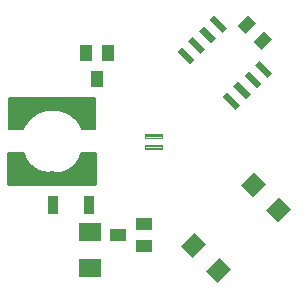
<source format=gtp>
G75*
%MOIN*%
%OFA0B0*%
%FSLAX25Y25*%
%IPPOS*%
%LPD*%
%AMOC8*
5,1,8,0,0,1.08239X$1,22.5*
%
%ADD10R,0.05000X0.05000*%
%ADD11C,0.01200*%
%ADD12C,0.00160*%
%ADD13C,0.00500*%
%ADD14C,0.00443*%
%ADD15R,0.03937X0.05512*%
%ADD16R,0.06299X0.05512*%
%ADD17R,0.05512X0.03937*%
%ADD18R,0.03543X0.06299*%
%ADD19R,0.03543X0.05118*%
%ADD20R,0.02165X0.05906*%
%ADD21R,0.07480X0.06299*%
D10*
X0086061Y0071189D03*
X0086061Y0094811D03*
D11*
X0084093Y0078866D02*
X0088620Y0078866D01*
X0088620Y0068630D01*
X0059880Y0068630D01*
X0059880Y0078866D01*
X0064407Y0078866D01*
X0064770Y0077609D01*
X0065324Y0076424D01*
X0066058Y0075340D01*
X0066951Y0074384D01*
X0067983Y0073580D01*
X0069129Y0072947D01*
X0070359Y0072501D01*
X0071644Y0072253D01*
X0072951Y0072209D01*
X0074250Y0072370D01*
X0075556Y0072162D01*
X0076879Y0072170D01*
X0078182Y0072396D01*
X0079431Y0072832D01*
X0080591Y0073467D01*
X0081631Y0074284D01*
X0082523Y0075261D01*
X0083243Y0076371D01*
X0083771Y0077583D01*
X0084093Y0078866D01*
X0083934Y0078234D02*
X0088620Y0078234D01*
X0088620Y0077036D02*
X0083532Y0077036D01*
X0082897Y0075837D02*
X0088620Y0075837D01*
X0088620Y0074639D02*
X0081955Y0074639D01*
X0080541Y0073440D02*
X0088620Y0073440D01*
X0088620Y0072242D02*
X0077292Y0072242D01*
X0075053Y0072242D02*
X0073218Y0072242D01*
X0071968Y0072242D02*
X0059880Y0072242D01*
X0059880Y0073440D02*
X0068235Y0073440D01*
X0066713Y0074639D02*
X0059880Y0074639D01*
X0059880Y0075837D02*
X0065721Y0075837D01*
X0065038Y0077036D02*
X0059880Y0077036D01*
X0059880Y0078234D02*
X0064589Y0078234D01*
X0059880Y0071043D02*
X0088620Y0071043D01*
X0088620Y0069845D02*
X0059880Y0069845D01*
X0059880Y0068646D02*
X0088620Y0068646D01*
D12*
X0085354Y0087643D02*
X0084027Y0087085D01*
X0083922Y0087323D01*
X0083810Y0087558D01*
X0083694Y0087790D01*
X0083571Y0088019D01*
X0083443Y0088245D01*
X0083309Y0088468D01*
X0083170Y0088688D01*
X0083026Y0088904D01*
X0082876Y0089117D01*
X0082722Y0089326D01*
X0082562Y0089531D01*
X0082397Y0089732D01*
X0082228Y0089929D01*
X0082054Y0090122D01*
X0081875Y0090310D01*
X0081691Y0090494D01*
X0081503Y0090674D01*
X0081311Y0090849D01*
X0081114Y0091019D01*
X0080914Y0091184D01*
X0080709Y0091345D01*
X0080501Y0091500D01*
X0080289Y0091650D01*
X0080073Y0091796D01*
X0079854Y0091935D01*
X0079632Y0092070D01*
X0079406Y0092198D01*
X0079177Y0092322D01*
X0078945Y0092440D01*
X0078711Y0092552D01*
X0078474Y0092658D01*
X0078234Y0092758D01*
X0077992Y0092853D01*
X0077747Y0092942D01*
X0077501Y0093024D01*
X0077253Y0093101D01*
X0077002Y0093171D01*
X0076751Y0093236D01*
X0076497Y0093294D01*
X0076243Y0093346D01*
X0075987Y0093392D01*
X0075730Y0093432D01*
X0075472Y0093465D01*
X0075213Y0093492D01*
X0074954Y0093513D01*
X0074695Y0093527D01*
X0074435Y0093535D01*
X0074175Y0093537D01*
X0073915Y0093532D01*
X0073656Y0093521D01*
X0073396Y0093504D01*
X0073137Y0093480D01*
X0072879Y0093450D01*
X0072622Y0093414D01*
X0072365Y0093372D01*
X0072110Y0093323D01*
X0071856Y0093268D01*
X0071603Y0093207D01*
X0071352Y0093140D01*
X0071103Y0093066D01*
X0070855Y0092987D01*
X0070610Y0092901D01*
X0070367Y0092810D01*
X0070125Y0092713D01*
X0069887Y0092610D01*
X0069651Y0092501D01*
X0069418Y0092386D01*
X0069187Y0092266D01*
X0068960Y0092140D01*
X0068736Y0092008D01*
X0068515Y0091872D01*
X0068297Y0091729D01*
X0068083Y0091582D01*
X0067873Y0091429D01*
X0067666Y0091272D01*
X0067463Y0091109D01*
X0067265Y0090941D01*
X0067070Y0090769D01*
X0066880Y0090592D01*
X0066694Y0090410D01*
X0066512Y0090224D01*
X0066336Y0090033D01*
X0066163Y0089839D01*
X0065996Y0089640D01*
X0065834Y0089437D01*
X0065676Y0089230D01*
X0065524Y0089019D01*
X0065377Y0088805D01*
X0065235Y0088587D01*
X0065099Y0088366D01*
X0064967Y0088142D01*
X0064842Y0087914D01*
X0064722Y0087683D01*
X0064608Y0087450D01*
X0064499Y0087214D01*
X0064396Y0086975D01*
X0063063Y0087518D01*
X0063179Y0087790D01*
X0063302Y0088058D01*
X0063432Y0088323D01*
X0063568Y0088585D01*
X0063710Y0088844D01*
X0063859Y0089099D01*
X0064014Y0089351D01*
X0064175Y0089598D01*
X0064342Y0089842D01*
X0064515Y0090081D01*
X0064693Y0090316D01*
X0064878Y0090547D01*
X0065068Y0090773D01*
X0065263Y0090994D01*
X0065464Y0091211D01*
X0065670Y0091422D01*
X0065881Y0091629D01*
X0066097Y0091830D01*
X0066318Y0092026D01*
X0066543Y0092217D01*
X0066773Y0092402D01*
X0067008Y0092581D01*
X0067247Y0092754D01*
X0067490Y0092922D01*
X0067737Y0093084D01*
X0067988Y0093239D01*
X0068243Y0093389D01*
X0068501Y0093532D01*
X0068763Y0093669D01*
X0069028Y0093799D01*
X0069296Y0093923D01*
X0069567Y0094040D01*
X0069841Y0094151D01*
X0070117Y0094255D01*
X0070396Y0094352D01*
X0070677Y0094442D01*
X0070960Y0094525D01*
X0071245Y0094602D01*
X0071532Y0094671D01*
X0071821Y0094734D01*
X0072111Y0094789D01*
X0072402Y0094837D01*
X0072695Y0094879D01*
X0072988Y0094913D01*
X0073282Y0094939D01*
X0073577Y0094959D01*
X0073872Y0094972D01*
X0074167Y0094977D01*
X0074462Y0094975D01*
X0074757Y0094966D01*
X0075052Y0094949D01*
X0075347Y0094926D01*
X0075640Y0094895D01*
X0075933Y0094857D01*
X0076225Y0094812D01*
X0076516Y0094760D01*
X0076805Y0094701D01*
X0077093Y0094635D01*
X0077379Y0094561D01*
X0077663Y0094481D01*
X0077945Y0094394D01*
X0078225Y0094300D01*
X0078502Y0094199D01*
X0078777Y0094092D01*
X0079050Y0093978D01*
X0079319Y0093857D01*
X0079586Y0093729D01*
X0079849Y0093596D01*
X0080109Y0093455D01*
X0080365Y0093309D01*
X0080618Y0093156D01*
X0080867Y0092997D01*
X0081112Y0092832D01*
X0081352Y0092662D01*
X0081589Y0092485D01*
X0081821Y0092303D01*
X0082049Y0092115D01*
X0082272Y0091921D01*
X0082490Y0091722D01*
X0082704Y0091518D01*
X0082912Y0091309D01*
X0083115Y0091095D01*
X0083313Y0090875D01*
X0083505Y0090651D01*
X0083692Y0090423D01*
X0083874Y0090190D01*
X0084049Y0089952D01*
X0084219Y0089711D01*
X0084383Y0089465D01*
X0084540Y0089215D01*
X0084692Y0088962D01*
X0084837Y0088705D01*
X0084976Y0088444D01*
X0085109Y0088181D01*
X0085235Y0087914D01*
X0085355Y0087644D01*
X0085215Y0087585D01*
X0085097Y0087852D01*
X0084973Y0088115D01*
X0084842Y0088376D01*
X0084704Y0088633D01*
X0084561Y0088887D01*
X0084411Y0089137D01*
X0084256Y0089384D01*
X0084094Y0089626D01*
X0083926Y0089865D01*
X0083753Y0090099D01*
X0083574Y0090329D01*
X0083389Y0090555D01*
X0083199Y0090776D01*
X0083004Y0090993D01*
X0082803Y0091204D01*
X0082598Y0091411D01*
X0082387Y0091612D01*
X0082171Y0091809D01*
X0081951Y0092000D01*
X0081726Y0092185D01*
X0081497Y0092365D01*
X0081263Y0092540D01*
X0081025Y0092708D01*
X0080783Y0092871D01*
X0080538Y0093028D01*
X0080288Y0093179D01*
X0080035Y0093324D01*
X0079778Y0093462D01*
X0079518Y0093594D01*
X0079255Y0093720D01*
X0078989Y0093839D01*
X0078720Y0093952D01*
X0078449Y0094058D01*
X0078175Y0094158D01*
X0077898Y0094250D01*
X0077620Y0094336D01*
X0077339Y0094416D01*
X0077057Y0094488D01*
X0076773Y0094553D01*
X0076487Y0094612D01*
X0076200Y0094663D01*
X0075912Y0094708D01*
X0075623Y0094745D01*
X0075333Y0094775D01*
X0075042Y0094799D01*
X0074751Y0094815D01*
X0074459Y0094824D01*
X0074168Y0094826D01*
X0073876Y0094821D01*
X0073585Y0094808D01*
X0073294Y0094789D01*
X0073004Y0094762D01*
X0072714Y0094729D01*
X0072425Y0094688D01*
X0072138Y0094640D01*
X0071851Y0094586D01*
X0071566Y0094524D01*
X0071283Y0094456D01*
X0071001Y0094380D01*
X0070722Y0094298D01*
X0070444Y0094209D01*
X0070169Y0094113D01*
X0069896Y0094010D01*
X0069625Y0093901D01*
X0069358Y0093785D01*
X0069093Y0093663D01*
X0068832Y0093534D01*
X0068573Y0093399D01*
X0068318Y0093258D01*
X0068067Y0093110D01*
X0067819Y0092957D01*
X0067575Y0092797D01*
X0067335Y0092632D01*
X0067099Y0092460D01*
X0066867Y0092283D01*
X0066640Y0092101D01*
X0066417Y0091912D01*
X0066199Y0091719D01*
X0065986Y0091520D01*
X0065777Y0091316D01*
X0065574Y0091107D01*
X0065376Y0090894D01*
X0065183Y0090675D01*
X0064995Y0090452D01*
X0064813Y0090224D01*
X0064637Y0089992D01*
X0064466Y0089755D01*
X0064301Y0089515D01*
X0064142Y0089271D01*
X0063989Y0089022D01*
X0063842Y0088770D01*
X0063702Y0088515D01*
X0063567Y0088256D01*
X0063439Y0087994D01*
X0063318Y0087729D01*
X0063202Y0087461D01*
X0063342Y0087404D01*
X0063456Y0087669D01*
X0063576Y0087931D01*
X0063702Y0088189D01*
X0063835Y0088445D01*
X0063974Y0088697D01*
X0064119Y0088945D01*
X0064270Y0089190D01*
X0064427Y0089432D01*
X0064590Y0089669D01*
X0064758Y0089903D01*
X0064933Y0090132D01*
X0065112Y0090357D01*
X0065298Y0090577D01*
X0065488Y0090793D01*
X0065684Y0091004D01*
X0065885Y0091210D01*
X0066090Y0091411D01*
X0066301Y0091608D01*
X0066516Y0091799D01*
X0066736Y0091984D01*
X0066961Y0092165D01*
X0067189Y0092339D01*
X0067422Y0092509D01*
X0067659Y0092672D01*
X0067900Y0092830D01*
X0068145Y0092981D01*
X0068393Y0093127D01*
X0068645Y0093266D01*
X0068900Y0093400D01*
X0069158Y0093527D01*
X0069420Y0093647D01*
X0069684Y0093762D01*
X0069951Y0093869D01*
X0070220Y0093971D01*
X0070492Y0094065D01*
X0070766Y0094153D01*
X0071042Y0094235D01*
X0071321Y0094309D01*
X0071600Y0094377D01*
X0071882Y0094438D01*
X0072164Y0094492D01*
X0072448Y0094539D01*
X0072733Y0094579D01*
X0073019Y0094612D01*
X0073306Y0094638D01*
X0073593Y0094658D01*
X0073881Y0094670D01*
X0074169Y0094675D01*
X0074457Y0094673D01*
X0074744Y0094664D01*
X0075032Y0094648D01*
X0075319Y0094625D01*
X0075605Y0094595D01*
X0075890Y0094558D01*
X0076175Y0094514D01*
X0076458Y0094464D01*
X0076740Y0094406D01*
X0077021Y0094341D01*
X0077300Y0094270D01*
X0077577Y0094192D01*
X0077852Y0094107D01*
X0078125Y0094015D01*
X0078395Y0093917D01*
X0078663Y0093812D01*
X0078929Y0093701D01*
X0079192Y0093583D01*
X0079451Y0093459D01*
X0079708Y0093328D01*
X0079961Y0093192D01*
X0080211Y0093049D01*
X0080458Y0092900D01*
X0080700Y0092745D01*
X0080939Y0092585D01*
X0081174Y0092418D01*
X0081405Y0092246D01*
X0081631Y0092068D01*
X0081853Y0091885D01*
X0082071Y0091696D01*
X0082283Y0091502D01*
X0082491Y0091303D01*
X0082694Y0091099D01*
X0082893Y0090891D01*
X0083085Y0090677D01*
X0083273Y0090459D01*
X0083455Y0090236D01*
X0083632Y0090009D01*
X0083803Y0089777D01*
X0083969Y0089542D01*
X0084128Y0089302D01*
X0084282Y0089059D01*
X0084430Y0088812D01*
X0084572Y0088561D01*
X0084707Y0088307D01*
X0084837Y0088050D01*
X0084960Y0087790D01*
X0085076Y0087527D01*
X0084937Y0087468D01*
X0084822Y0087728D01*
X0084700Y0087985D01*
X0084573Y0088239D01*
X0084439Y0088489D01*
X0084299Y0088737D01*
X0084153Y0088980D01*
X0084001Y0089221D01*
X0083844Y0089457D01*
X0083680Y0089690D01*
X0083511Y0089918D01*
X0083337Y0090142D01*
X0083157Y0090362D01*
X0082972Y0090578D01*
X0082781Y0090789D01*
X0082586Y0090995D01*
X0082385Y0091196D01*
X0082180Y0091392D01*
X0081970Y0091584D01*
X0081755Y0091770D01*
X0081536Y0091951D01*
X0081312Y0092126D01*
X0081085Y0092296D01*
X0080853Y0092461D01*
X0080617Y0092619D01*
X0080377Y0092772D01*
X0080134Y0092919D01*
X0079888Y0093060D01*
X0079637Y0093195D01*
X0079384Y0093324D01*
X0079128Y0093446D01*
X0078868Y0093562D01*
X0078606Y0093672D01*
X0078342Y0093776D01*
X0078075Y0093873D01*
X0077805Y0093963D01*
X0077534Y0094047D01*
X0077260Y0094124D01*
X0076985Y0094195D01*
X0076708Y0094258D01*
X0076430Y0094315D01*
X0076150Y0094365D01*
X0075869Y0094409D01*
X0075587Y0094445D01*
X0075305Y0094475D01*
X0075021Y0094497D01*
X0074738Y0094513D01*
X0074454Y0094522D01*
X0074170Y0094524D01*
X0073885Y0094519D01*
X0073602Y0094507D01*
X0073318Y0094488D01*
X0073035Y0094462D01*
X0072753Y0094429D01*
X0072471Y0094390D01*
X0072191Y0094343D01*
X0071912Y0094290D01*
X0071634Y0094230D01*
X0071358Y0094163D01*
X0071084Y0094089D01*
X0070811Y0094009D01*
X0070540Y0093922D01*
X0070272Y0093829D01*
X0070006Y0093729D01*
X0069743Y0093622D01*
X0069482Y0093510D01*
X0069224Y0093391D01*
X0068969Y0093265D01*
X0068717Y0093134D01*
X0068468Y0092996D01*
X0068223Y0092852D01*
X0067982Y0092702D01*
X0067744Y0092547D01*
X0067510Y0092386D01*
X0067280Y0092219D01*
X0067054Y0092046D01*
X0066833Y0091868D01*
X0066616Y0091685D01*
X0066403Y0091496D01*
X0066195Y0091303D01*
X0065992Y0091104D01*
X0065794Y0090900D01*
X0065600Y0090692D01*
X0065412Y0090479D01*
X0065230Y0090261D01*
X0065052Y0090040D01*
X0064880Y0089813D01*
X0064714Y0089583D01*
X0064553Y0089349D01*
X0064398Y0089110D01*
X0064249Y0088869D01*
X0064106Y0088623D01*
X0063969Y0088374D01*
X0063838Y0088122D01*
X0063713Y0087867D01*
X0063594Y0087609D01*
X0063482Y0087347D01*
X0063622Y0087290D01*
X0063733Y0087548D01*
X0063850Y0087803D01*
X0063973Y0088055D01*
X0064102Y0088304D01*
X0064238Y0088549D01*
X0064379Y0088792D01*
X0064526Y0089030D01*
X0064679Y0089265D01*
X0064838Y0089497D01*
X0065002Y0089724D01*
X0065172Y0089947D01*
X0065347Y0090166D01*
X0065527Y0090381D01*
X0065713Y0090591D01*
X0065904Y0090797D01*
X0066099Y0090998D01*
X0066300Y0091194D01*
X0066505Y0091385D01*
X0066715Y0091571D01*
X0066929Y0091752D01*
X0067148Y0091928D01*
X0067371Y0092098D01*
X0067598Y0092263D01*
X0067829Y0092422D01*
X0068063Y0092575D01*
X0068302Y0092723D01*
X0068544Y0092865D01*
X0068789Y0093001D01*
X0069038Y0093131D01*
X0069289Y0093254D01*
X0069544Y0093372D01*
X0069801Y0093483D01*
X0070061Y0093588D01*
X0070324Y0093687D01*
X0070589Y0093779D01*
X0070856Y0093865D01*
X0071125Y0093944D01*
X0071396Y0094017D01*
X0071668Y0094083D01*
X0071942Y0094142D01*
X0072218Y0094195D01*
X0072494Y0094240D01*
X0072772Y0094280D01*
X0073051Y0094312D01*
X0073330Y0094337D01*
X0073610Y0094356D01*
X0073890Y0094368D01*
X0074170Y0094373D01*
X0074451Y0094371D01*
X0074731Y0094362D01*
X0075011Y0094347D01*
X0075291Y0094324D01*
X0075570Y0094295D01*
X0075848Y0094259D01*
X0076125Y0094217D01*
X0076401Y0094167D01*
X0076676Y0094111D01*
X0076949Y0094048D01*
X0077221Y0093978D01*
X0077491Y0093902D01*
X0077759Y0093819D01*
X0078025Y0093730D01*
X0078288Y0093635D01*
X0078549Y0093532D01*
X0078808Y0093424D01*
X0079064Y0093309D01*
X0079317Y0093188D01*
X0079567Y0093061D01*
X0079814Y0092928D01*
X0080057Y0092789D01*
X0080297Y0092644D01*
X0080534Y0092493D01*
X0080767Y0092337D01*
X0080995Y0092174D01*
X0081220Y0092007D01*
X0081441Y0091834D01*
X0081657Y0091655D01*
X0081869Y0091471D01*
X0082076Y0091283D01*
X0082279Y0091089D01*
X0082477Y0090890D01*
X0082670Y0090687D01*
X0082858Y0090478D01*
X0083041Y0090266D01*
X0083218Y0090049D01*
X0083391Y0089827D01*
X0083557Y0089602D01*
X0083719Y0089372D01*
X0083874Y0089139D01*
X0084024Y0088902D01*
X0084168Y0088661D01*
X0084306Y0088417D01*
X0084438Y0088170D01*
X0084564Y0087919D01*
X0084684Y0087666D01*
X0084798Y0087409D01*
X0084659Y0087351D01*
X0084546Y0087604D01*
X0084428Y0087854D01*
X0084304Y0088101D01*
X0084173Y0088345D01*
X0084037Y0088586D01*
X0083895Y0088824D01*
X0083747Y0089058D01*
X0083593Y0089288D01*
X0083434Y0089514D01*
X0083270Y0089737D01*
X0083100Y0089955D01*
X0082924Y0090169D01*
X0082744Y0090379D01*
X0082559Y0090585D01*
X0082368Y0090785D01*
X0082173Y0090981D01*
X0081973Y0091173D01*
X0081768Y0091359D01*
X0081559Y0091540D01*
X0081346Y0091716D01*
X0081128Y0091887D01*
X0080906Y0092053D01*
X0080680Y0092213D01*
X0080451Y0092367D01*
X0080217Y0092516D01*
X0079980Y0092659D01*
X0079740Y0092796D01*
X0079497Y0092928D01*
X0079250Y0093053D01*
X0079000Y0093172D01*
X0078748Y0093286D01*
X0078492Y0093393D01*
X0078235Y0093493D01*
X0077975Y0093588D01*
X0077712Y0093676D01*
X0077448Y0093757D01*
X0077181Y0093833D01*
X0076913Y0093901D01*
X0076644Y0093963D01*
X0076372Y0094019D01*
X0076100Y0094068D01*
X0075827Y0094110D01*
X0075552Y0094145D01*
X0075277Y0094174D01*
X0075001Y0094196D01*
X0074725Y0094211D01*
X0074448Y0094220D01*
X0074171Y0094222D01*
X0073895Y0094217D01*
X0073618Y0094205D01*
X0073342Y0094187D01*
X0073066Y0094162D01*
X0072791Y0094130D01*
X0072517Y0094091D01*
X0072244Y0094046D01*
X0071973Y0093994D01*
X0071702Y0093936D01*
X0071433Y0093870D01*
X0071166Y0093799D01*
X0070900Y0093721D01*
X0070637Y0093636D01*
X0070375Y0093545D01*
X0070116Y0093448D01*
X0069860Y0093344D01*
X0069606Y0093234D01*
X0069355Y0093118D01*
X0069106Y0092996D01*
X0068861Y0092868D01*
X0068619Y0092734D01*
X0068380Y0092594D01*
X0068145Y0092448D01*
X0067913Y0092297D01*
X0067685Y0092140D01*
X0067461Y0091977D01*
X0067241Y0091809D01*
X0067026Y0091636D01*
X0066814Y0091457D01*
X0066607Y0091274D01*
X0066405Y0091085D01*
X0066207Y0090892D01*
X0066014Y0090693D01*
X0065825Y0090491D01*
X0065642Y0090283D01*
X0065464Y0090071D01*
X0065291Y0089855D01*
X0065124Y0089635D01*
X0064962Y0089410D01*
X0064805Y0089182D01*
X0064654Y0088950D01*
X0064509Y0088715D01*
X0064369Y0088476D01*
X0064236Y0088233D01*
X0064108Y0087988D01*
X0063987Y0087739D01*
X0063871Y0087488D01*
X0063762Y0087234D01*
X0063902Y0087177D01*
X0064010Y0087427D01*
X0064124Y0087675D01*
X0064244Y0087921D01*
X0064369Y0088163D01*
X0064501Y0088402D01*
X0064639Y0088638D01*
X0064782Y0088870D01*
X0064931Y0089099D01*
X0065086Y0089324D01*
X0065246Y0089546D01*
X0065411Y0089763D01*
X0065581Y0089976D01*
X0065757Y0090185D01*
X0065938Y0090390D01*
X0066124Y0090590D01*
X0066314Y0090786D01*
X0066509Y0090976D01*
X0066709Y0091162D01*
X0066913Y0091344D01*
X0067122Y0091520D01*
X0067335Y0091691D01*
X0067552Y0091856D01*
X0067773Y0092017D01*
X0067998Y0092172D01*
X0068226Y0092321D01*
X0068458Y0092465D01*
X0068694Y0092603D01*
X0068933Y0092735D01*
X0069175Y0092862D01*
X0069420Y0092982D01*
X0069668Y0093097D01*
X0069918Y0093205D01*
X0070172Y0093307D01*
X0070427Y0093403D01*
X0070685Y0093493D01*
X0070945Y0093576D01*
X0071207Y0093654D01*
X0071471Y0093724D01*
X0071736Y0093788D01*
X0072003Y0093846D01*
X0072271Y0093897D01*
X0072540Y0093942D01*
X0072811Y0093980D01*
X0073082Y0094011D01*
X0073354Y0094036D01*
X0073626Y0094054D01*
X0073899Y0094066D01*
X0074172Y0094071D01*
X0074445Y0094069D01*
X0074718Y0094061D01*
X0074991Y0094045D01*
X0075263Y0094024D01*
X0075534Y0093995D01*
X0075805Y0093960D01*
X0076075Y0093919D01*
X0076344Y0093871D01*
X0076611Y0093816D01*
X0076877Y0093755D01*
X0077142Y0093687D01*
X0077405Y0093613D01*
X0077666Y0093532D01*
X0077924Y0093445D01*
X0078181Y0093352D01*
X0078435Y0093253D01*
X0078687Y0093147D01*
X0078936Y0093036D01*
X0079183Y0092918D01*
X0079426Y0092794D01*
X0079666Y0092665D01*
X0079904Y0092529D01*
X0080137Y0092388D01*
X0080367Y0092241D01*
X0080594Y0092089D01*
X0080817Y0091931D01*
X0081036Y0091768D01*
X0081250Y0091599D01*
X0081461Y0091425D01*
X0081667Y0091247D01*
X0081869Y0091063D01*
X0082067Y0090874D01*
X0082259Y0090681D01*
X0082447Y0090482D01*
X0082630Y0090280D01*
X0082808Y0090073D01*
X0082981Y0089862D01*
X0083149Y0089646D01*
X0083311Y0089427D01*
X0083468Y0089203D01*
X0083620Y0088976D01*
X0083766Y0088745D01*
X0083906Y0088511D01*
X0084041Y0088273D01*
X0084169Y0088033D01*
X0084292Y0087789D01*
X0084409Y0087542D01*
X0084519Y0087292D01*
X0084380Y0087234D01*
X0084271Y0087480D01*
X0084156Y0087723D01*
X0084035Y0087964D01*
X0083908Y0088202D01*
X0083775Y0088436D01*
X0083637Y0088667D01*
X0083493Y0088895D01*
X0083343Y0089119D01*
X0083188Y0089339D01*
X0083028Y0089556D01*
X0082863Y0089768D01*
X0082692Y0089976D01*
X0082516Y0090181D01*
X0082336Y0090380D01*
X0082151Y0090576D01*
X0081960Y0090767D01*
X0081766Y0090953D01*
X0081567Y0091134D01*
X0081363Y0091310D01*
X0081155Y0091482D01*
X0080943Y0091648D01*
X0080727Y0091809D01*
X0080508Y0091965D01*
X0080284Y0092115D01*
X0080057Y0092260D01*
X0079827Y0092399D01*
X0079593Y0092533D01*
X0079356Y0092661D01*
X0079116Y0092783D01*
X0078873Y0092899D01*
X0078627Y0093009D01*
X0078378Y0093113D01*
X0078128Y0093211D01*
X0077874Y0093303D01*
X0077619Y0093389D01*
X0077362Y0093468D01*
X0077102Y0093541D01*
X0076842Y0093608D01*
X0076579Y0093668D01*
X0076315Y0093722D01*
X0076050Y0093770D01*
X0075784Y0093811D01*
X0075517Y0093845D01*
X0075249Y0093873D01*
X0074980Y0093895D01*
X0074712Y0093910D01*
X0074442Y0093918D01*
X0074173Y0093920D01*
X0073904Y0093915D01*
X0073635Y0093904D01*
X0073366Y0093886D01*
X0073098Y0093861D01*
X0072830Y0093830D01*
X0072563Y0093793D01*
X0072298Y0093749D01*
X0072033Y0093698D01*
X0071770Y0093641D01*
X0071508Y0093578D01*
X0071248Y0093508D01*
X0070990Y0093432D01*
X0070733Y0093350D01*
X0070479Y0093261D01*
X0070227Y0093167D01*
X0069977Y0093066D01*
X0069730Y0092959D01*
X0069485Y0092846D01*
X0069243Y0092727D01*
X0069005Y0092602D01*
X0068769Y0092472D01*
X0068537Y0092336D01*
X0068308Y0092194D01*
X0068082Y0092047D01*
X0067861Y0091894D01*
X0067643Y0091736D01*
X0067429Y0091572D01*
X0067219Y0091404D01*
X0067013Y0091230D01*
X0066811Y0091051D01*
X0066614Y0090868D01*
X0066421Y0090679D01*
X0066234Y0090486D01*
X0066050Y0090289D01*
X0065872Y0090087D01*
X0065699Y0089881D01*
X0065530Y0089671D01*
X0065367Y0089456D01*
X0065210Y0089238D01*
X0065057Y0089016D01*
X0064910Y0088790D01*
X0064769Y0088561D01*
X0064633Y0088328D01*
X0064503Y0088093D01*
X0064379Y0087854D01*
X0064260Y0087612D01*
X0064148Y0087367D01*
X0064041Y0087120D01*
X0064181Y0087063D01*
X0064286Y0087307D01*
X0064397Y0087548D01*
X0064514Y0087786D01*
X0064637Y0088022D01*
X0064765Y0088255D01*
X0064899Y0088484D01*
X0065038Y0088710D01*
X0065183Y0088933D01*
X0065334Y0089152D01*
X0065489Y0089367D01*
X0065650Y0089578D01*
X0065816Y0089786D01*
X0065987Y0089989D01*
X0066163Y0090188D01*
X0066343Y0090383D01*
X0066529Y0090573D01*
X0066719Y0090759D01*
X0066913Y0090940D01*
X0067112Y0091116D01*
X0067315Y0091287D01*
X0067522Y0091454D01*
X0067733Y0091615D01*
X0067948Y0091771D01*
X0068167Y0091922D01*
X0068389Y0092067D01*
X0068615Y0092207D01*
X0068844Y0092341D01*
X0069077Y0092470D01*
X0069312Y0092593D01*
X0069551Y0092710D01*
X0069792Y0092821D01*
X0070035Y0092927D01*
X0070282Y0093026D01*
X0070530Y0093119D01*
X0070781Y0093207D01*
X0071034Y0093288D01*
X0071289Y0093363D01*
X0071546Y0093432D01*
X0071804Y0093494D01*
X0072063Y0093550D01*
X0072324Y0093600D01*
X0072586Y0093643D01*
X0072849Y0093680D01*
X0073113Y0093711D01*
X0073378Y0093735D01*
X0073643Y0093753D01*
X0073908Y0093764D01*
X0074174Y0093769D01*
X0074439Y0093767D01*
X0074705Y0093759D01*
X0074970Y0093744D01*
X0075235Y0093723D01*
X0075499Y0093695D01*
X0075763Y0093661D01*
X0076025Y0093621D01*
X0076287Y0093574D01*
X0076547Y0093521D01*
X0076806Y0093461D01*
X0077063Y0093395D01*
X0077319Y0093323D01*
X0077572Y0093245D01*
X0077824Y0093160D01*
X0078074Y0093070D01*
X0078321Y0092973D01*
X0078566Y0092870D01*
X0078809Y0092762D01*
X0079048Y0092647D01*
X0079285Y0092527D01*
X0079519Y0092401D01*
X0079750Y0092269D01*
X0079977Y0092132D01*
X0080201Y0091989D01*
X0080421Y0091841D01*
X0080638Y0091687D01*
X0080851Y0091529D01*
X0081060Y0091365D01*
X0081265Y0091196D01*
X0081466Y0091022D01*
X0081662Y0090843D01*
X0081854Y0090659D01*
X0082042Y0090471D01*
X0082225Y0090278D01*
X0082403Y0090081D01*
X0082576Y0089880D01*
X0082744Y0089674D01*
X0082907Y0089465D01*
X0083065Y0089251D01*
X0083218Y0089034D01*
X0083366Y0088813D01*
X0083508Y0088589D01*
X0083644Y0088361D01*
X0083775Y0088130D01*
X0083900Y0087895D01*
X0084020Y0087658D01*
X0084133Y0087418D01*
X0084241Y0087175D01*
X0084102Y0087117D01*
X0083996Y0087356D01*
X0083884Y0087593D01*
X0083766Y0087827D01*
X0083642Y0088058D01*
X0083513Y0088286D01*
X0083379Y0088510D01*
X0083238Y0088732D01*
X0083093Y0088950D01*
X0082942Y0089164D01*
X0082787Y0089374D01*
X0082626Y0089581D01*
X0082460Y0089784D01*
X0082289Y0089982D01*
X0082113Y0090176D01*
X0081933Y0090366D01*
X0081748Y0090552D01*
X0081559Y0090733D01*
X0081365Y0090909D01*
X0081167Y0091081D01*
X0080965Y0091247D01*
X0080759Y0091409D01*
X0080549Y0091566D01*
X0080335Y0091717D01*
X0080118Y0091863D01*
X0079897Y0092004D01*
X0079673Y0092139D01*
X0079445Y0092269D01*
X0079215Y0092393D01*
X0078981Y0092512D01*
X0078745Y0092625D01*
X0078506Y0092732D01*
X0078264Y0092833D01*
X0078020Y0092929D01*
X0077774Y0093018D01*
X0077526Y0093101D01*
X0077276Y0093179D01*
X0077024Y0093250D01*
X0076770Y0093315D01*
X0076515Y0093373D01*
X0076258Y0093426D01*
X0076000Y0093472D01*
X0075741Y0093512D01*
X0075481Y0093545D01*
X0075221Y0093573D01*
X0074960Y0093594D01*
X0074698Y0093608D01*
X0074437Y0093616D01*
X0074175Y0093618D01*
X0073913Y0093613D01*
X0073651Y0093602D01*
X0073390Y0093585D01*
X0073129Y0093561D01*
X0072869Y0093531D01*
X0072609Y0093494D01*
X0072351Y0093451D01*
X0072094Y0093402D01*
X0071838Y0093347D01*
X0071583Y0093285D01*
X0071330Y0093218D01*
X0071079Y0093144D01*
X0070829Y0093064D01*
X0070582Y0092978D01*
X0070337Y0092885D01*
X0070094Y0092787D01*
X0069854Y0092683D01*
X0069616Y0092574D01*
X0069381Y0092458D01*
X0069149Y0092337D01*
X0068919Y0092210D01*
X0068694Y0092078D01*
X0068471Y0091940D01*
X0068252Y0091796D01*
X0068036Y0091648D01*
X0067824Y0091494D01*
X0067616Y0091335D01*
X0067411Y0091171D01*
X0067211Y0091002D01*
X0067015Y0090829D01*
X0066824Y0090650D01*
X0066636Y0090467D01*
X0066453Y0090279D01*
X0066275Y0090087D01*
X0066102Y0089891D01*
X0065933Y0089691D01*
X0065770Y0089486D01*
X0065611Y0089278D01*
X0065458Y0089066D01*
X0065309Y0088850D01*
X0065166Y0088630D01*
X0065029Y0088407D01*
X0064897Y0088181D01*
X0064770Y0087952D01*
X0064649Y0087719D01*
X0064534Y0087484D01*
X0064425Y0087246D01*
X0064321Y0087006D01*
X0063146Y0078357D02*
X0064473Y0078915D01*
X0064578Y0078677D01*
X0064690Y0078442D01*
X0064806Y0078210D01*
X0064929Y0077981D01*
X0065057Y0077755D01*
X0065191Y0077532D01*
X0065330Y0077312D01*
X0065474Y0077096D01*
X0065624Y0076883D01*
X0065778Y0076674D01*
X0065938Y0076469D01*
X0066103Y0076268D01*
X0066272Y0076071D01*
X0066446Y0075878D01*
X0066625Y0075690D01*
X0066809Y0075506D01*
X0066997Y0075326D01*
X0067189Y0075151D01*
X0067386Y0074981D01*
X0067586Y0074816D01*
X0067791Y0074655D01*
X0067999Y0074500D01*
X0068211Y0074350D01*
X0068427Y0074204D01*
X0068646Y0074065D01*
X0068868Y0073930D01*
X0069094Y0073802D01*
X0069323Y0073678D01*
X0069555Y0073560D01*
X0069789Y0073448D01*
X0070026Y0073342D01*
X0070266Y0073242D01*
X0070508Y0073147D01*
X0070753Y0073058D01*
X0070999Y0072976D01*
X0071247Y0072899D01*
X0071498Y0072829D01*
X0071749Y0072764D01*
X0072003Y0072706D01*
X0072257Y0072654D01*
X0072513Y0072608D01*
X0072770Y0072568D01*
X0073028Y0072535D01*
X0073287Y0072508D01*
X0073546Y0072487D01*
X0073805Y0072473D01*
X0074065Y0072465D01*
X0074325Y0072463D01*
X0074585Y0072468D01*
X0074844Y0072479D01*
X0075104Y0072496D01*
X0075363Y0072520D01*
X0075621Y0072550D01*
X0075878Y0072586D01*
X0076135Y0072628D01*
X0076390Y0072677D01*
X0076644Y0072732D01*
X0076897Y0072793D01*
X0077148Y0072860D01*
X0077397Y0072934D01*
X0077645Y0073013D01*
X0077890Y0073099D01*
X0078133Y0073190D01*
X0078375Y0073287D01*
X0078613Y0073390D01*
X0078849Y0073499D01*
X0079082Y0073614D01*
X0079313Y0073734D01*
X0079540Y0073860D01*
X0079764Y0073992D01*
X0079985Y0074128D01*
X0080203Y0074271D01*
X0080417Y0074418D01*
X0080627Y0074571D01*
X0080834Y0074728D01*
X0081037Y0074891D01*
X0081235Y0075059D01*
X0081430Y0075231D01*
X0081620Y0075408D01*
X0081806Y0075590D01*
X0081988Y0075776D01*
X0082164Y0075967D01*
X0082337Y0076161D01*
X0082504Y0076360D01*
X0082666Y0076563D01*
X0082824Y0076770D01*
X0082976Y0076981D01*
X0083123Y0077195D01*
X0083265Y0077413D01*
X0083401Y0077634D01*
X0083533Y0077858D01*
X0083658Y0078086D01*
X0083778Y0078317D01*
X0083892Y0078550D01*
X0084001Y0078786D01*
X0084104Y0079025D01*
X0085437Y0078482D01*
X0085321Y0078210D01*
X0085198Y0077942D01*
X0085068Y0077677D01*
X0084932Y0077415D01*
X0084790Y0077156D01*
X0084641Y0076901D01*
X0084486Y0076649D01*
X0084325Y0076402D01*
X0084158Y0076158D01*
X0083985Y0075919D01*
X0083807Y0075684D01*
X0083622Y0075453D01*
X0083432Y0075227D01*
X0083237Y0075006D01*
X0083036Y0074789D01*
X0082830Y0074578D01*
X0082619Y0074371D01*
X0082403Y0074170D01*
X0082182Y0073974D01*
X0081957Y0073783D01*
X0081727Y0073598D01*
X0081492Y0073419D01*
X0081253Y0073246D01*
X0081010Y0073078D01*
X0080763Y0072916D01*
X0080512Y0072761D01*
X0080257Y0072611D01*
X0079999Y0072468D01*
X0079737Y0072331D01*
X0079472Y0072201D01*
X0079204Y0072077D01*
X0078933Y0071960D01*
X0078659Y0071849D01*
X0078383Y0071745D01*
X0078104Y0071648D01*
X0077823Y0071558D01*
X0077540Y0071475D01*
X0077255Y0071398D01*
X0076968Y0071329D01*
X0076679Y0071266D01*
X0076389Y0071211D01*
X0076098Y0071163D01*
X0075805Y0071121D01*
X0075512Y0071087D01*
X0075218Y0071061D01*
X0074923Y0071041D01*
X0074628Y0071028D01*
X0074333Y0071023D01*
X0074038Y0071025D01*
X0073743Y0071034D01*
X0073448Y0071051D01*
X0073153Y0071074D01*
X0072860Y0071105D01*
X0072567Y0071143D01*
X0072275Y0071188D01*
X0071984Y0071240D01*
X0071695Y0071299D01*
X0071407Y0071365D01*
X0071121Y0071439D01*
X0070837Y0071519D01*
X0070555Y0071606D01*
X0070275Y0071700D01*
X0069998Y0071801D01*
X0069723Y0071908D01*
X0069450Y0072022D01*
X0069181Y0072143D01*
X0068914Y0072271D01*
X0068651Y0072404D01*
X0068391Y0072545D01*
X0068135Y0072691D01*
X0067882Y0072844D01*
X0067633Y0073003D01*
X0067388Y0073168D01*
X0067148Y0073338D01*
X0066911Y0073515D01*
X0066679Y0073697D01*
X0066451Y0073885D01*
X0066228Y0074079D01*
X0066010Y0074278D01*
X0065796Y0074482D01*
X0065588Y0074691D01*
X0065385Y0074905D01*
X0065187Y0075125D01*
X0064995Y0075349D01*
X0064808Y0075577D01*
X0064626Y0075810D01*
X0064451Y0076048D01*
X0064281Y0076289D01*
X0064117Y0076535D01*
X0063960Y0076785D01*
X0063808Y0077038D01*
X0063663Y0077295D01*
X0063524Y0077556D01*
X0063391Y0077819D01*
X0063265Y0078086D01*
X0063145Y0078356D01*
X0063285Y0078415D01*
X0063403Y0078148D01*
X0063527Y0077885D01*
X0063658Y0077624D01*
X0063796Y0077367D01*
X0063939Y0077113D01*
X0064089Y0076863D01*
X0064244Y0076616D01*
X0064406Y0076374D01*
X0064574Y0076135D01*
X0064747Y0075901D01*
X0064926Y0075671D01*
X0065111Y0075445D01*
X0065301Y0075224D01*
X0065496Y0075007D01*
X0065697Y0074796D01*
X0065902Y0074589D01*
X0066113Y0074388D01*
X0066329Y0074191D01*
X0066549Y0074000D01*
X0066774Y0073815D01*
X0067003Y0073635D01*
X0067237Y0073460D01*
X0067475Y0073292D01*
X0067717Y0073129D01*
X0067962Y0072972D01*
X0068212Y0072821D01*
X0068465Y0072676D01*
X0068722Y0072538D01*
X0068982Y0072406D01*
X0069245Y0072280D01*
X0069511Y0072161D01*
X0069780Y0072048D01*
X0070051Y0071942D01*
X0070325Y0071842D01*
X0070602Y0071750D01*
X0070880Y0071664D01*
X0071161Y0071584D01*
X0071443Y0071512D01*
X0071727Y0071447D01*
X0072013Y0071388D01*
X0072300Y0071337D01*
X0072588Y0071292D01*
X0072877Y0071255D01*
X0073167Y0071225D01*
X0073458Y0071201D01*
X0073749Y0071185D01*
X0074041Y0071176D01*
X0074332Y0071174D01*
X0074624Y0071179D01*
X0074915Y0071192D01*
X0075206Y0071211D01*
X0075496Y0071238D01*
X0075786Y0071271D01*
X0076075Y0071312D01*
X0076362Y0071360D01*
X0076649Y0071414D01*
X0076934Y0071476D01*
X0077217Y0071544D01*
X0077499Y0071620D01*
X0077778Y0071702D01*
X0078056Y0071791D01*
X0078331Y0071887D01*
X0078604Y0071990D01*
X0078875Y0072099D01*
X0079142Y0072215D01*
X0079407Y0072337D01*
X0079668Y0072466D01*
X0079927Y0072601D01*
X0080182Y0072742D01*
X0080433Y0072890D01*
X0080681Y0073043D01*
X0080925Y0073203D01*
X0081165Y0073368D01*
X0081401Y0073540D01*
X0081633Y0073717D01*
X0081860Y0073899D01*
X0082083Y0074088D01*
X0082301Y0074281D01*
X0082514Y0074480D01*
X0082723Y0074684D01*
X0082926Y0074893D01*
X0083124Y0075106D01*
X0083317Y0075325D01*
X0083505Y0075548D01*
X0083687Y0075776D01*
X0083863Y0076008D01*
X0084034Y0076245D01*
X0084199Y0076485D01*
X0084358Y0076729D01*
X0084511Y0076978D01*
X0084658Y0077230D01*
X0084798Y0077485D01*
X0084933Y0077744D01*
X0085061Y0078006D01*
X0085182Y0078271D01*
X0085298Y0078539D01*
X0085158Y0078596D01*
X0085044Y0078331D01*
X0084924Y0078069D01*
X0084798Y0077811D01*
X0084665Y0077555D01*
X0084526Y0077303D01*
X0084381Y0077055D01*
X0084230Y0076810D01*
X0084073Y0076568D01*
X0083910Y0076331D01*
X0083742Y0076097D01*
X0083567Y0075868D01*
X0083388Y0075643D01*
X0083202Y0075423D01*
X0083012Y0075207D01*
X0082816Y0074996D01*
X0082615Y0074790D01*
X0082410Y0074589D01*
X0082199Y0074392D01*
X0081984Y0074201D01*
X0081764Y0074016D01*
X0081539Y0073835D01*
X0081311Y0073661D01*
X0081078Y0073491D01*
X0080841Y0073328D01*
X0080600Y0073170D01*
X0080355Y0073019D01*
X0080107Y0072873D01*
X0079855Y0072734D01*
X0079600Y0072600D01*
X0079342Y0072473D01*
X0079080Y0072353D01*
X0078816Y0072238D01*
X0078549Y0072131D01*
X0078280Y0072029D01*
X0078008Y0071935D01*
X0077734Y0071847D01*
X0077458Y0071765D01*
X0077179Y0071691D01*
X0076900Y0071623D01*
X0076618Y0071562D01*
X0076336Y0071508D01*
X0076052Y0071461D01*
X0075767Y0071421D01*
X0075481Y0071388D01*
X0075194Y0071362D01*
X0074907Y0071342D01*
X0074619Y0071330D01*
X0074331Y0071325D01*
X0074043Y0071327D01*
X0073756Y0071336D01*
X0073468Y0071352D01*
X0073181Y0071375D01*
X0072895Y0071405D01*
X0072610Y0071442D01*
X0072325Y0071486D01*
X0072042Y0071536D01*
X0071760Y0071594D01*
X0071479Y0071659D01*
X0071200Y0071730D01*
X0070923Y0071808D01*
X0070648Y0071893D01*
X0070375Y0071985D01*
X0070105Y0072083D01*
X0069837Y0072188D01*
X0069571Y0072299D01*
X0069308Y0072417D01*
X0069049Y0072541D01*
X0068792Y0072672D01*
X0068539Y0072808D01*
X0068289Y0072951D01*
X0068042Y0073100D01*
X0067800Y0073255D01*
X0067561Y0073415D01*
X0067326Y0073582D01*
X0067095Y0073754D01*
X0066869Y0073932D01*
X0066647Y0074115D01*
X0066429Y0074304D01*
X0066217Y0074498D01*
X0066009Y0074697D01*
X0065806Y0074901D01*
X0065607Y0075109D01*
X0065415Y0075323D01*
X0065227Y0075541D01*
X0065045Y0075764D01*
X0064868Y0075991D01*
X0064697Y0076223D01*
X0064531Y0076458D01*
X0064372Y0076698D01*
X0064218Y0076941D01*
X0064070Y0077188D01*
X0063928Y0077439D01*
X0063793Y0077693D01*
X0063663Y0077950D01*
X0063540Y0078210D01*
X0063424Y0078473D01*
X0063563Y0078532D01*
X0063678Y0078272D01*
X0063800Y0078015D01*
X0063927Y0077761D01*
X0064061Y0077511D01*
X0064201Y0077263D01*
X0064347Y0077020D01*
X0064499Y0076779D01*
X0064656Y0076543D01*
X0064820Y0076310D01*
X0064989Y0076082D01*
X0065163Y0075858D01*
X0065343Y0075638D01*
X0065528Y0075422D01*
X0065719Y0075211D01*
X0065914Y0075005D01*
X0066115Y0074804D01*
X0066320Y0074608D01*
X0066530Y0074416D01*
X0066745Y0074230D01*
X0066964Y0074049D01*
X0067188Y0073874D01*
X0067415Y0073704D01*
X0067647Y0073539D01*
X0067883Y0073381D01*
X0068123Y0073228D01*
X0068366Y0073081D01*
X0068612Y0072940D01*
X0068863Y0072805D01*
X0069116Y0072676D01*
X0069372Y0072554D01*
X0069632Y0072438D01*
X0069894Y0072328D01*
X0070158Y0072224D01*
X0070425Y0072127D01*
X0070695Y0072037D01*
X0070966Y0071953D01*
X0071240Y0071876D01*
X0071515Y0071805D01*
X0071792Y0071742D01*
X0072070Y0071685D01*
X0072350Y0071635D01*
X0072631Y0071591D01*
X0072913Y0071555D01*
X0073195Y0071525D01*
X0073479Y0071503D01*
X0073762Y0071487D01*
X0074046Y0071478D01*
X0074330Y0071476D01*
X0074615Y0071481D01*
X0074898Y0071493D01*
X0075182Y0071512D01*
X0075465Y0071538D01*
X0075747Y0071571D01*
X0076029Y0071610D01*
X0076309Y0071657D01*
X0076588Y0071710D01*
X0076866Y0071770D01*
X0077142Y0071837D01*
X0077416Y0071911D01*
X0077689Y0071991D01*
X0077960Y0072078D01*
X0078228Y0072171D01*
X0078494Y0072271D01*
X0078757Y0072378D01*
X0079018Y0072490D01*
X0079276Y0072609D01*
X0079531Y0072735D01*
X0079783Y0072866D01*
X0080032Y0073004D01*
X0080277Y0073148D01*
X0080518Y0073298D01*
X0080756Y0073453D01*
X0080990Y0073614D01*
X0081220Y0073781D01*
X0081446Y0073954D01*
X0081667Y0074132D01*
X0081884Y0074315D01*
X0082097Y0074504D01*
X0082305Y0074697D01*
X0082508Y0074896D01*
X0082706Y0075100D01*
X0082900Y0075308D01*
X0083088Y0075521D01*
X0083270Y0075739D01*
X0083448Y0075960D01*
X0083620Y0076187D01*
X0083786Y0076417D01*
X0083947Y0076651D01*
X0084102Y0076890D01*
X0084251Y0077131D01*
X0084394Y0077377D01*
X0084531Y0077626D01*
X0084662Y0077878D01*
X0084787Y0078133D01*
X0084906Y0078391D01*
X0085018Y0078653D01*
X0084878Y0078710D01*
X0084767Y0078452D01*
X0084650Y0078197D01*
X0084527Y0077945D01*
X0084398Y0077696D01*
X0084262Y0077451D01*
X0084121Y0077208D01*
X0083974Y0076970D01*
X0083821Y0076735D01*
X0083662Y0076503D01*
X0083498Y0076276D01*
X0083328Y0076053D01*
X0083153Y0075834D01*
X0082973Y0075619D01*
X0082787Y0075409D01*
X0082596Y0075203D01*
X0082401Y0075002D01*
X0082200Y0074806D01*
X0081995Y0074615D01*
X0081785Y0074429D01*
X0081571Y0074248D01*
X0081352Y0074072D01*
X0081129Y0073902D01*
X0080902Y0073737D01*
X0080671Y0073578D01*
X0080437Y0073425D01*
X0080198Y0073277D01*
X0079956Y0073135D01*
X0079711Y0072999D01*
X0079462Y0072869D01*
X0079211Y0072746D01*
X0078956Y0072628D01*
X0078699Y0072517D01*
X0078439Y0072412D01*
X0078176Y0072313D01*
X0077911Y0072221D01*
X0077644Y0072135D01*
X0077375Y0072056D01*
X0077104Y0071983D01*
X0076832Y0071917D01*
X0076558Y0071858D01*
X0076282Y0071805D01*
X0076006Y0071760D01*
X0075728Y0071720D01*
X0075449Y0071688D01*
X0075170Y0071663D01*
X0074890Y0071644D01*
X0074610Y0071632D01*
X0074330Y0071627D01*
X0074049Y0071629D01*
X0073769Y0071638D01*
X0073489Y0071653D01*
X0073209Y0071676D01*
X0072930Y0071705D01*
X0072652Y0071741D01*
X0072375Y0071783D01*
X0072099Y0071833D01*
X0071824Y0071889D01*
X0071551Y0071952D01*
X0071279Y0072022D01*
X0071009Y0072098D01*
X0070741Y0072181D01*
X0070475Y0072270D01*
X0070212Y0072365D01*
X0069951Y0072468D01*
X0069692Y0072576D01*
X0069436Y0072691D01*
X0069183Y0072812D01*
X0068933Y0072939D01*
X0068686Y0073072D01*
X0068443Y0073211D01*
X0068203Y0073356D01*
X0067966Y0073507D01*
X0067733Y0073663D01*
X0067505Y0073826D01*
X0067280Y0073993D01*
X0067059Y0074166D01*
X0066843Y0074345D01*
X0066631Y0074529D01*
X0066424Y0074717D01*
X0066221Y0074911D01*
X0066023Y0075110D01*
X0065830Y0075313D01*
X0065642Y0075522D01*
X0065459Y0075734D01*
X0065282Y0075951D01*
X0065109Y0076173D01*
X0064943Y0076398D01*
X0064781Y0076628D01*
X0064626Y0076861D01*
X0064476Y0077098D01*
X0064332Y0077339D01*
X0064194Y0077583D01*
X0064062Y0077830D01*
X0063936Y0078081D01*
X0063816Y0078334D01*
X0063702Y0078591D01*
X0063841Y0078649D01*
X0063954Y0078396D01*
X0064072Y0078146D01*
X0064196Y0077899D01*
X0064327Y0077655D01*
X0064463Y0077414D01*
X0064605Y0077176D01*
X0064753Y0076942D01*
X0064907Y0076712D01*
X0065066Y0076486D01*
X0065230Y0076263D01*
X0065400Y0076045D01*
X0065576Y0075831D01*
X0065756Y0075621D01*
X0065941Y0075415D01*
X0066132Y0075215D01*
X0066327Y0075019D01*
X0066527Y0074827D01*
X0066732Y0074641D01*
X0066941Y0074460D01*
X0067154Y0074284D01*
X0067372Y0074113D01*
X0067594Y0073947D01*
X0067820Y0073787D01*
X0068049Y0073633D01*
X0068283Y0073484D01*
X0068520Y0073341D01*
X0068760Y0073204D01*
X0069003Y0073072D01*
X0069250Y0072947D01*
X0069500Y0072828D01*
X0069752Y0072714D01*
X0070008Y0072607D01*
X0070265Y0072507D01*
X0070525Y0072412D01*
X0070788Y0072324D01*
X0071052Y0072243D01*
X0071319Y0072167D01*
X0071587Y0072099D01*
X0071856Y0072037D01*
X0072128Y0071981D01*
X0072400Y0071932D01*
X0072673Y0071890D01*
X0072948Y0071855D01*
X0073223Y0071826D01*
X0073499Y0071804D01*
X0073775Y0071789D01*
X0074052Y0071780D01*
X0074329Y0071778D01*
X0074605Y0071783D01*
X0074882Y0071795D01*
X0075158Y0071813D01*
X0075434Y0071838D01*
X0075709Y0071870D01*
X0075983Y0071909D01*
X0076256Y0071954D01*
X0076527Y0072006D01*
X0076798Y0072064D01*
X0077067Y0072130D01*
X0077334Y0072201D01*
X0077600Y0072279D01*
X0077863Y0072364D01*
X0078125Y0072455D01*
X0078384Y0072552D01*
X0078640Y0072656D01*
X0078894Y0072766D01*
X0079145Y0072882D01*
X0079394Y0073004D01*
X0079639Y0073132D01*
X0079881Y0073266D01*
X0080120Y0073406D01*
X0080355Y0073552D01*
X0080587Y0073703D01*
X0080815Y0073860D01*
X0081039Y0074023D01*
X0081259Y0074191D01*
X0081474Y0074364D01*
X0081686Y0074543D01*
X0081893Y0074726D01*
X0082095Y0074915D01*
X0082293Y0075108D01*
X0082486Y0075307D01*
X0082675Y0075509D01*
X0082858Y0075717D01*
X0083036Y0075929D01*
X0083209Y0076145D01*
X0083376Y0076365D01*
X0083538Y0076590D01*
X0083695Y0076818D01*
X0083846Y0077050D01*
X0083991Y0077285D01*
X0084131Y0077524D01*
X0084264Y0077767D01*
X0084392Y0078012D01*
X0084513Y0078261D01*
X0084629Y0078512D01*
X0084738Y0078766D01*
X0084598Y0078823D01*
X0084490Y0078573D01*
X0084376Y0078325D01*
X0084256Y0078079D01*
X0084131Y0077837D01*
X0083999Y0077598D01*
X0083861Y0077362D01*
X0083718Y0077130D01*
X0083569Y0076901D01*
X0083414Y0076676D01*
X0083254Y0076454D01*
X0083089Y0076237D01*
X0082919Y0076024D01*
X0082743Y0075815D01*
X0082562Y0075610D01*
X0082376Y0075410D01*
X0082186Y0075214D01*
X0081991Y0075024D01*
X0081791Y0074838D01*
X0081587Y0074656D01*
X0081378Y0074480D01*
X0081165Y0074309D01*
X0080948Y0074144D01*
X0080727Y0073983D01*
X0080502Y0073828D01*
X0080274Y0073679D01*
X0080042Y0073535D01*
X0079806Y0073397D01*
X0079567Y0073265D01*
X0079325Y0073138D01*
X0079080Y0073018D01*
X0078832Y0072903D01*
X0078582Y0072795D01*
X0078328Y0072693D01*
X0078073Y0072597D01*
X0077815Y0072507D01*
X0077555Y0072424D01*
X0077293Y0072346D01*
X0077029Y0072276D01*
X0076764Y0072212D01*
X0076497Y0072154D01*
X0076229Y0072103D01*
X0075960Y0072058D01*
X0075689Y0072020D01*
X0075418Y0071989D01*
X0075146Y0071964D01*
X0074874Y0071946D01*
X0074601Y0071934D01*
X0074328Y0071929D01*
X0074055Y0071931D01*
X0073782Y0071939D01*
X0073509Y0071955D01*
X0073237Y0071976D01*
X0072966Y0072005D01*
X0072695Y0072040D01*
X0072425Y0072081D01*
X0072156Y0072129D01*
X0071889Y0072184D01*
X0071623Y0072245D01*
X0071358Y0072313D01*
X0071095Y0072387D01*
X0070834Y0072468D01*
X0070576Y0072555D01*
X0070319Y0072648D01*
X0070065Y0072747D01*
X0069813Y0072853D01*
X0069564Y0072964D01*
X0069317Y0073082D01*
X0069074Y0073206D01*
X0068834Y0073335D01*
X0068596Y0073471D01*
X0068363Y0073612D01*
X0068133Y0073759D01*
X0067906Y0073911D01*
X0067683Y0074069D01*
X0067464Y0074232D01*
X0067250Y0074401D01*
X0067039Y0074575D01*
X0066833Y0074753D01*
X0066631Y0074937D01*
X0066433Y0075126D01*
X0066241Y0075319D01*
X0066053Y0075518D01*
X0065870Y0075720D01*
X0065692Y0075927D01*
X0065519Y0076138D01*
X0065351Y0076354D01*
X0065189Y0076573D01*
X0065032Y0076797D01*
X0064880Y0077024D01*
X0064734Y0077255D01*
X0064594Y0077489D01*
X0064459Y0077727D01*
X0064331Y0077967D01*
X0064208Y0078211D01*
X0064091Y0078458D01*
X0063981Y0078708D01*
X0064120Y0078766D01*
X0064229Y0078520D01*
X0064344Y0078277D01*
X0064465Y0078036D01*
X0064592Y0077798D01*
X0064725Y0077564D01*
X0064863Y0077333D01*
X0065007Y0077105D01*
X0065157Y0076881D01*
X0065312Y0076661D01*
X0065472Y0076444D01*
X0065637Y0076232D01*
X0065808Y0076024D01*
X0065984Y0075819D01*
X0066164Y0075620D01*
X0066349Y0075424D01*
X0066540Y0075233D01*
X0066734Y0075047D01*
X0066933Y0074866D01*
X0067137Y0074690D01*
X0067345Y0074518D01*
X0067557Y0074352D01*
X0067773Y0074191D01*
X0067992Y0074035D01*
X0068216Y0073885D01*
X0068443Y0073740D01*
X0068673Y0073601D01*
X0068907Y0073467D01*
X0069144Y0073339D01*
X0069384Y0073217D01*
X0069627Y0073101D01*
X0069873Y0072991D01*
X0070122Y0072887D01*
X0070372Y0072789D01*
X0070626Y0072697D01*
X0070881Y0072611D01*
X0071138Y0072532D01*
X0071398Y0072459D01*
X0071658Y0072392D01*
X0071921Y0072332D01*
X0072185Y0072278D01*
X0072450Y0072230D01*
X0072716Y0072189D01*
X0072983Y0072155D01*
X0073251Y0072127D01*
X0073520Y0072105D01*
X0073788Y0072090D01*
X0074058Y0072082D01*
X0074327Y0072080D01*
X0074596Y0072085D01*
X0074865Y0072096D01*
X0075134Y0072114D01*
X0075402Y0072139D01*
X0075670Y0072170D01*
X0075937Y0072207D01*
X0076202Y0072251D01*
X0076467Y0072302D01*
X0076730Y0072359D01*
X0076992Y0072422D01*
X0077252Y0072492D01*
X0077510Y0072568D01*
X0077767Y0072650D01*
X0078021Y0072739D01*
X0078273Y0072833D01*
X0078523Y0072934D01*
X0078770Y0073041D01*
X0079015Y0073154D01*
X0079257Y0073273D01*
X0079495Y0073398D01*
X0079731Y0073528D01*
X0079963Y0073664D01*
X0080192Y0073806D01*
X0080418Y0073953D01*
X0080639Y0074106D01*
X0080857Y0074264D01*
X0081071Y0074428D01*
X0081281Y0074596D01*
X0081487Y0074770D01*
X0081689Y0074949D01*
X0081886Y0075132D01*
X0082079Y0075321D01*
X0082266Y0075514D01*
X0082450Y0075711D01*
X0082628Y0075913D01*
X0082801Y0076119D01*
X0082970Y0076329D01*
X0083133Y0076544D01*
X0083290Y0076762D01*
X0083443Y0076984D01*
X0083590Y0077210D01*
X0083731Y0077439D01*
X0083867Y0077672D01*
X0083997Y0077907D01*
X0084121Y0078146D01*
X0084240Y0078388D01*
X0084352Y0078633D01*
X0084459Y0078880D01*
X0084319Y0078937D01*
X0084214Y0078693D01*
X0084103Y0078452D01*
X0083986Y0078214D01*
X0083863Y0077978D01*
X0083735Y0077745D01*
X0083601Y0077516D01*
X0083462Y0077290D01*
X0083317Y0077067D01*
X0083166Y0076848D01*
X0083011Y0076633D01*
X0082850Y0076422D01*
X0082684Y0076214D01*
X0082513Y0076011D01*
X0082337Y0075812D01*
X0082157Y0075617D01*
X0081971Y0075427D01*
X0081781Y0075241D01*
X0081587Y0075060D01*
X0081388Y0074884D01*
X0081185Y0074713D01*
X0080978Y0074546D01*
X0080767Y0074385D01*
X0080552Y0074229D01*
X0080333Y0074078D01*
X0080111Y0073933D01*
X0079885Y0073793D01*
X0079656Y0073659D01*
X0079423Y0073530D01*
X0079188Y0073407D01*
X0078949Y0073290D01*
X0078708Y0073179D01*
X0078465Y0073073D01*
X0078218Y0072974D01*
X0077970Y0072881D01*
X0077719Y0072793D01*
X0077466Y0072712D01*
X0077211Y0072637D01*
X0076954Y0072568D01*
X0076696Y0072506D01*
X0076437Y0072450D01*
X0076176Y0072400D01*
X0075914Y0072357D01*
X0075651Y0072320D01*
X0075387Y0072289D01*
X0075122Y0072265D01*
X0074857Y0072247D01*
X0074592Y0072236D01*
X0074326Y0072231D01*
X0074061Y0072233D01*
X0073795Y0072241D01*
X0073530Y0072256D01*
X0073265Y0072277D01*
X0073001Y0072305D01*
X0072737Y0072339D01*
X0072475Y0072379D01*
X0072213Y0072426D01*
X0071953Y0072479D01*
X0071694Y0072539D01*
X0071437Y0072605D01*
X0071181Y0072677D01*
X0070928Y0072755D01*
X0070676Y0072840D01*
X0070426Y0072930D01*
X0070179Y0073027D01*
X0069934Y0073130D01*
X0069691Y0073238D01*
X0069452Y0073353D01*
X0069215Y0073473D01*
X0068981Y0073599D01*
X0068750Y0073731D01*
X0068523Y0073868D01*
X0068299Y0074011D01*
X0068079Y0074159D01*
X0067862Y0074313D01*
X0067649Y0074471D01*
X0067440Y0074635D01*
X0067235Y0074804D01*
X0067034Y0074978D01*
X0066838Y0075157D01*
X0066646Y0075341D01*
X0066458Y0075529D01*
X0066275Y0075722D01*
X0066097Y0075919D01*
X0065924Y0076120D01*
X0065756Y0076326D01*
X0065593Y0076535D01*
X0065435Y0076749D01*
X0065282Y0076966D01*
X0065134Y0077187D01*
X0064992Y0077411D01*
X0064856Y0077639D01*
X0064725Y0077870D01*
X0064600Y0078105D01*
X0064480Y0078342D01*
X0064367Y0078582D01*
X0064259Y0078825D01*
X0064398Y0078883D01*
X0064504Y0078644D01*
X0064616Y0078407D01*
X0064734Y0078173D01*
X0064858Y0077942D01*
X0064987Y0077714D01*
X0065121Y0077490D01*
X0065262Y0077268D01*
X0065407Y0077050D01*
X0065558Y0076836D01*
X0065713Y0076626D01*
X0065874Y0076419D01*
X0066040Y0076216D01*
X0066211Y0076018D01*
X0066387Y0075824D01*
X0066567Y0075634D01*
X0066752Y0075448D01*
X0066941Y0075267D01*
X0067135Y0075091D01*
X0067333Y0074919D01*
X0067535Y0074753D01*
X0067741Y0074591D01*
X0067951Y0074434D01*
X0068165Y0074283D01*
X0068382Y0074137D01*
X0068603Y0073996D01*
X0068827Y0073861D01*
X0069055Y0073731D01*
X0069285Y0073607D01*
X0069519Y0073488D01*
X0069755Y0073375D01*
X0069994Y0073268D01*
X0070236Y0073167D01*
X0070480Y0073071D01*
X0070726Y0072982D01*
X0070974Y0072899D01*
X0071224Y0072821D01*
X0071476Y0072750D01*
X0071730Y0072685D01*
X0071985Y0072627D01*
X0072242Y0072574D01*
X0072500Y0072528D01*
X0072759Y0072488D01*
X0073019Y0072455D01*
X0073279Y0072427D01*
X0073540Y0072406D01*
X0073802Y0072392D01*
X0074063Y0072384D01*
X0074325Y0072382D01*
X0074587Y0072387D01*
X0074849Y0072398D01*
X0075110Y0072415D01*
X0075371Y0072439D01*
X0075631Y0072469D01*
X0075891Y0072506D01*
X0076149Y0072549D01*
X0076406Y0072598D01*
X0076662Y0072653D01*
X0076917Y0072715D01*
X0077170Y0072782D01*
X0077421Y0072856D01*
X0077671Y0072936D01*
X0077918Y0073022D01*
X0078163Y0073115D01*
X0078406Y0073213D01*
X0078646Y0073317D01*
X0078884Y0073426D01*
X0079119Y0073542D01*
X0079351Y0073663D01*
X0079581Y0073790D01*
X0079806Y0073922D01*
X0080029Y0074060D01*
X0080248Y0074204D01*
X0080464Y0074352D01*
X0080676Y0074506D01*
X0080884Y0074665D01*
X0081089Y0074829D01*
X0081289Y0074998D01*
X0081485Y0075171D01*
X0081676Y0075350D01*
X0081864Y0075533D01*
X0082047Y0075721D01*
X0082225Y0075913D01*
X0082398Y0076109D01*
X0082567Y0076309D01*
X0082730Y0076514D01*
X0082889Y0076722D01*
X0083042Y0076934D01*
X0083191Y0077150D01*
X0083334Y0077370D01*
X0083471Y0077593D01*
X0083603Y0077819D01*
X0083730Y0078048D01*
X0083851Y0078281D01*
X0083966Y0078516D01*
X0084075Y0078754D01*
X0084179Y0078994D01*
D13*
X0084093Y0087134D02*
X0083730Y0088391D01*
X0083176Y0089576D01*
X0082442Y0090660D01*
X0081549Y0091616D01*
X0080517Y0092420D01*
X0079371Y0093053D01*
X0078141Y0093499D01*
X0076856Y0093747D01*
X0075549Y0093791D01*
X0074250Y0093630D01*
X0072944Y0093838D01*
X0071621Y0093830D01*
X0070318Y0093604D01*
X0069069Y0093168D01*
X0067909Y0092533D01*
X0066869Y0091716D01*
X0065977Y0090739D01*
X0065257Y0089629D01*
X0064729Y0088417D01*
X0064407Y0087134D01*
X0059880Y0087134D01*
X0059880Y0097370D01*
X0088620Y0097370D01*
X0088620Y0087134D01*
X0084093Y0087134D01*
X0084040Y0087315D02*
X0088620Y0087315D01*
X0088620Y0087814D02*
X0083897Y0087814D01*
X0083753Y0088312D02*
X0088620Y0088312D01*
X0088620Y0088811D02*
X0083534Y0088811D01*
X0083301Y0089309D02*
X0088620Y0089309D01*
X0088620Y0089808D02*
X0083019Y0089808D01*
X0082682Y0090306D02*
X0088620Y0090306D01*
X0088620Y0090805D02*
X0082307Y0090805D01*
X0081841Y0091303D02*
X0088620Y0091303D01*
X0088620Y0091802D02*
X0081310Y0091802D01*
X0080670Y0092301D02*
X0088620Y0092301D01*
X0088620Y0092799D02*
X0079831Y0092799D01*
X0078697Y0093298D02*
X0088620Y0093298D01*
X0088620Y0093796D02*
X0073209Y0093796D01*
X0071427Y0093796D02*
X0059880Y0093796D01*
X0059880Y0093298D02*
X0069441Y0093298D01*
X0068396Y0092799D02*
X0059880Y0092799D01*
X0059880Y0092301D02*
X0067614Y0092301D01*
X0066979Y0091802D02*
X0059880Y0091802D01*
X0059880Y0091303D02*
X0066493Y0091303D01*
X0066037Y0090805D02*
X0059880Y0090805D01*
X0059880Y0090306D02*
X0065697Y0090306D01*
X0065373Y0089808D02*
X0059880Y0089808D01*
X0059880Y0089309D02*
X0065118Y0089309D01*
X0064901Y0088811D02*
X0059880Y0088811D01*
X0059880Y0088312D02*
X0064703Y0088312D01*
X0064578Y0087814D02*
X0059880Y0087814D01*
X0059880Y0087315D02*
X0064453Y0087315D01*
X0059880Y0094295D02*
X0088620Y0094295D01*
X0088620Y0094793D02*
X0059880Y0094793D01*
X0059880Y0095292D02*
X0088620Y0095292D01*
X0088620Y0095790D02*
X0059880Y0095790D01*
X0059880Y0096289D02*
X0088620Y0096289D01*
X0088620Y0096787D02*
X0059880Y0096787D01*
X0059880Y0097286D02*
X0088620Y0097286D01*
D14*
X0110732Y0085535D02*
X0110732Y0084205D01*
X0105268Y0084205D01*
X0105268Y0085535D01*
X0110732Y0085535D01*
X0110732Y0084647D02*
X0105268Y0084647D01*
X0105268Y0085089D02*
X0110732Y0085089D01*
X0110732Y0085531D02*
X0105268Y0085531D01*
X0110732Y0081795D02*
X0110732Y0080465D01*
X0105268Y0080465D01*
X0105268Y0081795D01*
X0110732Y0081795D01*
X0110732Y0080907D02*
X0105268Y0080907D01*
X0105268Y0081349D02*
X0110732Y0081349D01*
X0110732Y0081791D02*
X0105268Y0081791D01*
D15*
X0089250Y0103669D03*
X0085510Y0112331D03*
X0092990Y0112331D03*
D16*
G36*
X0145521Y0068725D02*
X0141069Y0064273D01*
X0137171Y0068171D01*
X0141623Y0072623D01*
X0145521Y0068725D01*
G37*
G36*
X0153873Y0060373D02*
X0149421Y0055921D01*
X0145523Y0059819D01*
X0149975Y0064271D01*
X0153873Y0060373D01*
G37*
G36*
X0133829Y0040329D02*
X0129377Y0035877D01*
X0125479Y0039775D01*
X0129931Y0044227D01*
X0133829Y0040329D01*
G37*
G36*
X0125477Y0048681D02*
X0121025Y0044229D01*
X0117127Y0048127D01*
X0121579Y0052579D01*
X0125477Y0048681D01*
G37*
D17*
X0104831Y0048010D03*
X0096169Y0051750D03*
X0104831Y0055490D03*
D18*
X0086602Y0061750D03*
X0074398Y0061750D03*
D19*
G36*
X0143838Y0113544D02*
X0141334Y0116048D01*
X0144952Y0119666D01*
X0147456Y0117162D01*
X0143838Y0113544D01*
G37*
G36*
X0138548Y0118834D02*
X0136044Y0121338D01*
X0139662Y0124956D01*
X0142166Y0122452D01*
X0138548Y0118834D01*
G37*
D20*
G36*
X0126684Y0123392D02*
X0128215Y0124923D01*
X0132390Y0120748D01*
X0130859Y0119217D01*
X0126684Y0123392D01*
G37*
G36*
X0123148Y0119856D02*
X0124679Y0121387D01*
X0128854Y0117212D01*
X0127323Y0115681D01*
X0123148Y0119856D01*
G37*
G36*
X0119613Y0116321D02*
X0121144Y0117852D01*
X0125319Y0113677D01*
X0123788Y0112146D01*
X0119613Y0116321D01*
G37*
G36*
X0116077Y0112785D02*
X0117608Y0114316D01*
X0121783Y0110141D01*
X0120252Y0108610D01*
X0116077Y0112785D01*
G37*
G36*
X0134646Y0101288D02*
X0136177Y0102819D01*
X0140352Y0098644D01*
X0138821Y0097113D01*
X0134646Y0101288D01*
G37*
G36*
X0138181Y0104823D02*
X0139712Y0106354D01*
X0143887Y0102179D01*
X0142356Y0100648D01*
X0138181Y0104823D01*
G37*
G36*
X0141717Y0108359D02*
X0143248Y0109890D01*
X0147423Y0105715D01*
X0145892Y0104184D01*
X0141717Y0108359D01*
G37*
G36*
X0131110Y0097752D02*
X0132641Y0099283D01*
X0136816Y0095108D01*
X0135285Y0093577D01*
X0131110Y0097752D01*
G37*
D21*
X0086750Y0040648D03*
X0086750Y0052852D03*
M02*

</source>
